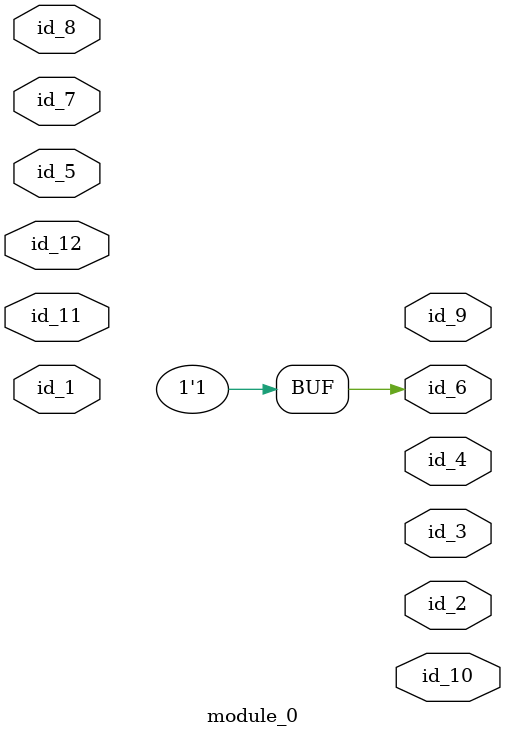
<source format=v>
`timescale 1ps / 1 ps `default_nettype id_1
module module_0 (
    id_1,
    id_2,
    id_3,
    id_4,
    id_5,
    id_6,
    id_7,
    id_8,
    id_9,
    id_10,
    id_11,
    id_12
);
  input id_12;
  inout id_11;
  output id_10;
  output id_9;
  input id_8;
  input id_7;
  output id_6;
  input id_5;
  output id_4;
  output id_3;
  output id_2;
  input id_1;
  assign id_6 = 1;
endmodule
`endcelldefine

</source>
